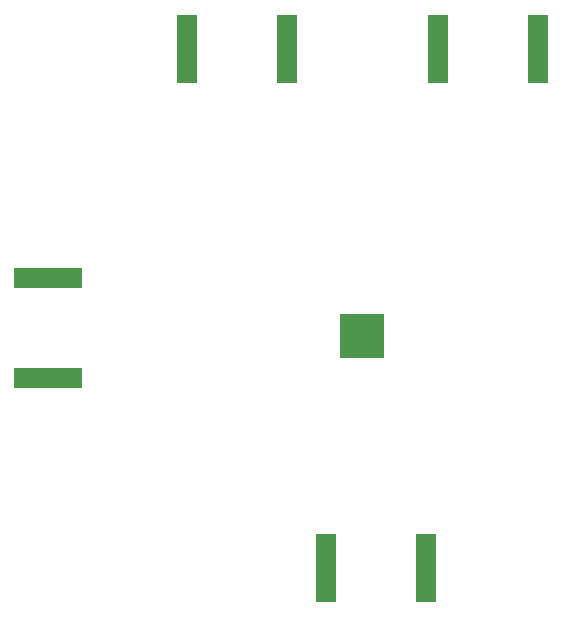
<source format=gbp>
G04*
G04 #@! TF.GenerationSoftware,Altium Limited,Altium Designer,21.1.1 (26)*
G04*
G04 Layer_Color=128*
%FSLAX43Y43*%
%MOMM*%
G71*
G04*
G04 #@! TF.SameCoordinates,37E81C00-8B6F-4B96-ABBB-DCCB29EF6B03*
G04*
G04*
G04 #@! TF.FilePolarity,Positive*
G04*
G01*
G75*
%ADD17R,3.800X3.800*%
%ADD18R,1.702X5.842*%
%ADD25R,5.842X1.702*%
G54D17*
X69450Y76875D02*
D03*
G54D18*
X54620Y101200D02*
D03*
X63125Y101201D02*
D03*
X84375Y101176D02*
D03*
X75870Y101175D02*
D03*
X74900Y57275D02*
D03*
X66395Y57274D02*
D03*
G54D25*
X42874Y81825D02*
D03*
X42875Y73321D02*
D03*
M02*

</source>
